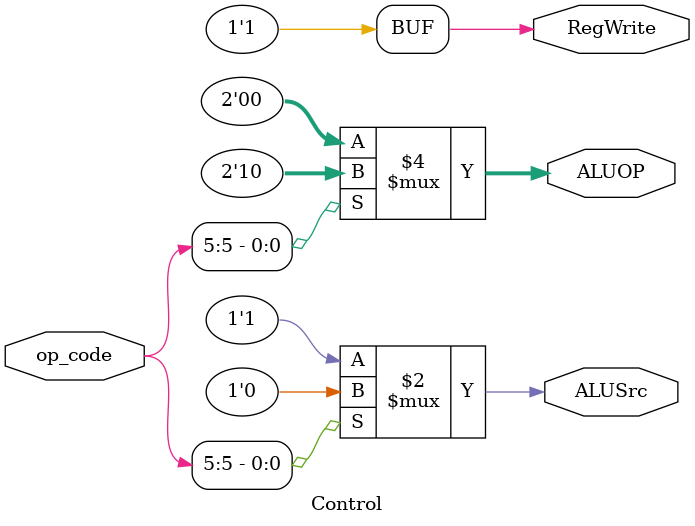
<source format=v>
module Control(op_code, ALUOP, ALUSrc, RegWrite);

input [6:0] op_code;
output [1:0] ALUOP;
output ALUSrc;
output RegWrite;

assign ALUSrc = (op_code[5] == 1'b1 ? 1'b0 : 1'b1); // 0110011: rs2. 0010011: immd
assign ALUOP =(op_code[5] == 1'b1 ? 2'b10 : 2'b00); // 10: r, 00: ld/imm
assign RegWrite = 1'b1;

endmodule
</source>
